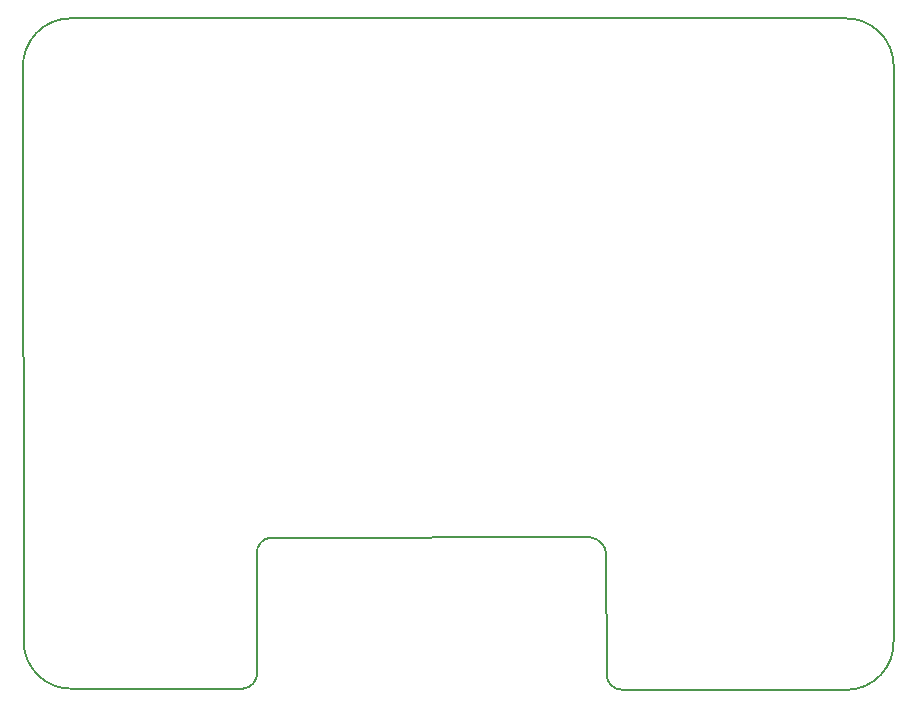
<source format=gm1>
G04 #@! TF.GenerationSoftware,KiCad,Pcbnew,7.0.5-4d25ed1034~172~ubuntu22.04.1*
G04 #@! TF.CreationDate,2023-06-04T17:51:52+03:00*
G04 #@! TF.ProjectId,STM32L475daughter,53544d33-324c-4343-9735-646175676874,rev?*
G04 #@! TF.SameCoordinates,Original*
G04 #@! TF.FileFunction,Profile,NP*
%FSLAX46Y46*%
G04 Gerber Fmt 4.6, Leading zero omitted, Abs format (unit mm)*
G04 Created by KiCad (PCBNEW 7.0.5-4d25ed1034~172~ubuntu22.04.1) date 2023-06-04 17:51:52*
%MOMM*%
%LPD*%
G01*
G04 APERTURE LIST*
G04 #@! TA.AperFunction,Profile*
%ADD10C,0.200000*%
G04 #@! TD*
G04 APERTURE END LIST*
D10*
X116162814Y-104734500D02*
X116140510Y-94723706D01*
X70842025Y-49266103D02*
X136151966Y-49269932D01*
X140460945Y-53361958D02*
G75*
G03*
X136151966Y-49269932I-4050045J49958D01*
G01*
X70842025Y-49266126D02*
G75*
G03*
X66750000Y-53575000I-50025J-4049974D01*
G01*
X117550000Y-106125000D02*
X136363043Y-106135863D01*
X87740065Y-93231293D02*
X114742045Y-93195295D01*
X116162844Y-104734502D02*
G75*
G03*
X117550000Y-106124998I1287956J-102298D01*
G01*
X86561152Y-104630397D02*
X86538848Y-94619603D01*
X66789055Y-101938042D02*
G75*
G03*
X71098034Y-106030068I4050045J-49958D01*
G01*
X140455068Y-101826966D02*
X140460863Y-53361957D01*
X87740063Y-93231270D02*
G75*
G03*
X86538849Y-94619603I87037J-1289130D01*
G01*
X116140508Y-94723706D02*
G75*
G03*
X114742045Y-93195296I-1590508J-51294D01*
G01*
X71098034Y-106030068D02*
X85359935Y-106018707D01*
X66789137Y-101938043D02*
X66750000Y-53575000D01*
X136363042Y-106135945D02*
G75*
G03*
X140455068Y-101826966I49958J4050045D01*
G01*
X85359937Y-106018730D02*
G75*
G03*
X86561151Y-104630397I-87037J1289130D01*
G01*
M02*

</source>
